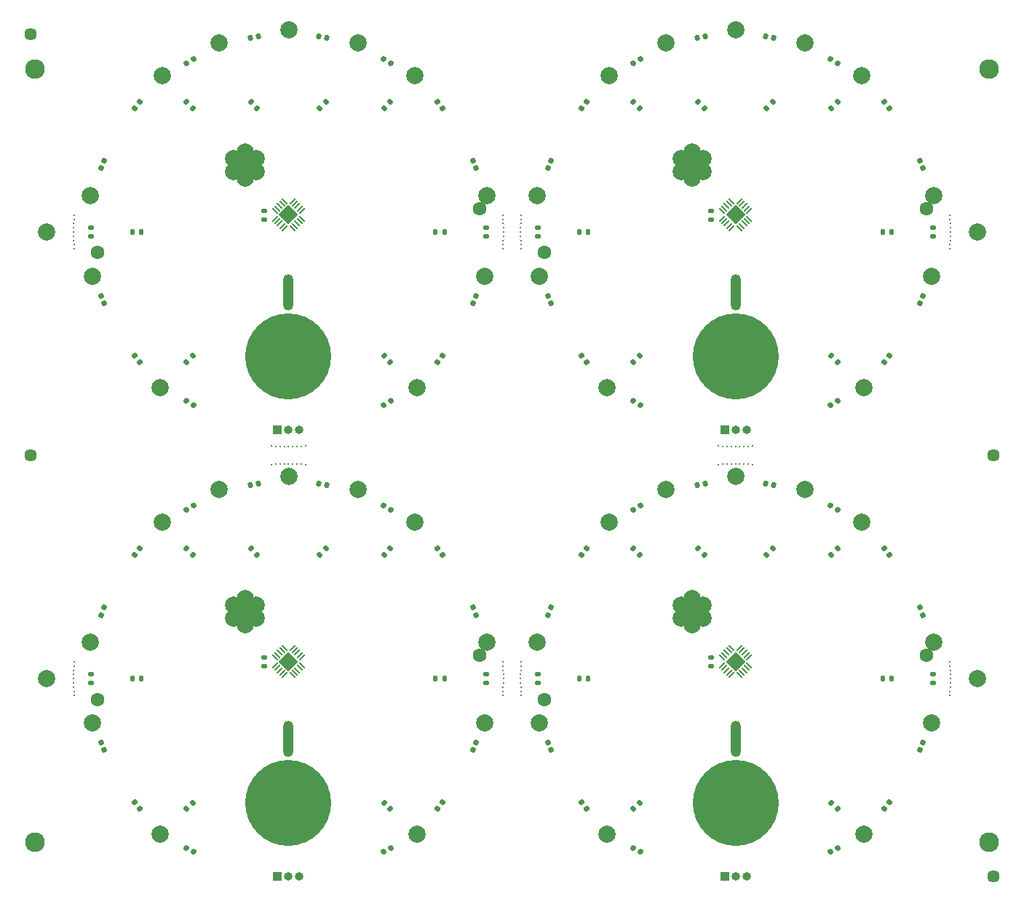
<source format=gts>
%TF.GenerationSoftware,KiCad,Pcbnew,9.0.0*%
%TF.CreationDate,2025-02-27T10:20:03-06:00*%
%TF.ProjectId,reverse-panel,72657665-7273-4652-9d70-616e656c2e6b,rev?*%
%TF.SameCoordinates,Original*%
%TF.FileFunction,Soldermask,Top*%
%TF.FilePolarity,Negative*%
%FSLAX46Y46*%
G04 Gerber Fmt 4.6, Leading zero omitted, Abs format (unit mm)*
G04 Created by KiCad (PCBNEW 9.0.0) date 2025-02-27 10:20:03*
%MOMM*%
%LPD*%
G01*
G04 APERTURE LIST*
G04 Aperture macros list*
%AMRoundRect*
0 Rectangle with rounded corners*
0 $1 Rounding radius*
0 $2 $3 $4 $5 $6 $7 $8 $9 X,Y pos of 4 corners*
0 Add a 4 corners polygon primitive as box body*
4,1,4,$2,$3,$4,$5,$6,$7,$8,$9,$2,$3,0*
0 Add four circle primitives for the rounded corners*
1,1,$1+$1,$2,$3*
1,1,$1+$1,$4,$5*
1,1,$1+$1,$6,$7*
1,1,$1+$1,$8,$9*
0 Add four rect primitives between the rounded corners*
20,1,$1+$1,$2,$3,$4,$5,0*
20,1,$1+$1,$4,$5,$6,$7,0*
20,1,$1+$1,$6,$7,$8,$9,0*
20,1,$1+$1,$8,$9,$2,$3,0*%
%AMRotRect*
0 Rectangle, with rotation*
0 The origin of the aperture is its center*
0 $1 length*
0 $2 width*
0 $3 Rotation angle, in degrees counterclockwise*
0 Add horizontal line*
21,1,$1,$2,0,0,$3*%
G04 Aperture macros list end*
%ADD10C,2.296000*%
%ADD11C,1.448000*%
%ADD12C,2.000000*%
%ADD13RoundRect,0.135000X0.226274X0.035355X0.035355X0.226274X-0.226274X-0.035355X-0.035355X-0.226274X0*%
%ADD14RoundRect,0.135000X-0.035355X0.226274X-0.226274X0.035355X0.035355X-0.226274X0.226274X-0.035355X0*%
%ADD15RoundRect,0.147500X-0.037331X0.223872X-0.226954X-0.002111X0.037331X-0.223872X0.226954X0.002111X0*%
%ADD16RoundRect,0.135000X0.035355X-0.226274X0.226274X-0.035355X-0.035355X0.226274X-0.226274X0.035355X0*%
%ADD17RoundRect,0.147500X0.213989X0.075639X-0.041489X0.223139X-0.213989X-0.075639X0.041489X-0.223139X0*%
%ADD18C,0.300000*%
%ADD19RoundRect,0.147500X-0.213989X-0.075639X0.041489X-0.223139X0.213989X0.075639X-0.041489X0.223139X0*%
%ADD20RoundRect,0.135000X-0.226274X-0.035355X-0.035355X-0.226274X0.226274X0.035355X0.035355X0.226274X0*%
%ADD21C,10.000000*%
%ADD22C,4.000000*%
%ADD23RoundRect,0.147500X-0.172500X0.147500X-0.172500X-0.147500X0.172500X-0.147500X0.172500X0.147500X0*%
%ADD24RoundRect,0.147500X-0.226954X0.002111X-0.037331X-0.223872X0.226954X-0.002111X0.037331X0.223872X0*%
%ADD25RoundRect,0.147500X0.041489X0.223139X-0.213989X0.075639X-0.041489X-0.223139X0.213989X-0.075639X0*%
%ADD26C,1.600000*%
%ADD27R,1.000000X1.000000*%
%ADD28O,1.000000X1.000000*%
%ADD29RoundRect,0.135000X-0.135000X-0.185000X0.135000X-0.185000X0.135000X0.185000X-0.135000X0.185000X0*%
%ADD30RoundRect,0.147500X0.226954X-0.002111X0.037331X0.223872X-0.226954X0.002111X-0.037331X-0.223872X0*%
%ADD31RoundRect,0.147500X0.212545X-0.079606X0.111649X0.197603X-0.212545X0.079606X-0.111649X-0.197603X0*%
%ADD32RoundRect,0.147500X0.172500X-0.147500X0.172500X0.147500X-0.172500X0.147500X-0.172500X-0.147500X0*%
%ADD33RoundRect,0.147500X-0.041489X-0.223139X0.213989X-0.075639X0.041489X0.223139X-0.213989X0.075639X0*%
%ADD34RoundRect,0.147500X-0.212545X0.079606X-0.111649X-0.197603X0.212545X-0.079606X0.111649X0.197603X0*%
%ADD35RoundRect,0.147500X-0.111649X0.197603X-0.212545X-0.079606X0.111649X-0.197603X0.212545X0.079606X0*%
%ADD36RoundRect,0.140000X0.170000X-0.140000X0.170000X0.140000X-0.170000X0.140000X-0.170000X-0.140000X0*%
%ADD37RoundRect,0.050000X-0.300520X0.229810X0.229810X-0.300520X0.300520X-0.229810X-0.229810X0.300520X0*%
%ADD38RoundRect,0.050000X-0.300520X-0.229810X-0.229810X-0.300520X0.300520X0.229810X0.229810X0.300520X0*%
%ADD39RotRect,1.650000X1.650000X315.000000*%
%ADD40O,1.200000X4.200000*%
%ADD41RoundRect,0.135000X0.135000X0.185000X-0.135000X0.185000X-0.135000X-0.185000X0.135000X-0.185000X0*%
%ADD42RoundRect,0.147500X0.115305X0.195492X-0.175213X0.144266X-0.115305X-0.195492X0.175213X-0.144266X0*%
%ADD43RoundRect,0.147500X0.175213X0.144266X-0.115305X0.195492X-0.175213X-0.144266X0.115305X-0.195492X0*%
%ADD44RoundRect,0.147500X0.037331X-0.223872X0.226954X0.002111X-0.037331X0.223872X-0.226954X-0.002111X0*%
%ADD45RoundRect,0.147500X0.111649X-0.197603X0.212545X0.079606X-0.111649X0.197603X-0.212545X-0.079606X0*%
G04 APERTURE END LIST*
D10*
%TO.C,*%
X20500000Y-31000000D03*
%TD*%
%TO.C,*%
X20500000Y-121000000D03*
%TD*%
%TO.C,*%
X131500000Y-121000000D03*
%TD*%
%TO.C,*%
X131500000Y-31000000D03*
%TD*%
D11*
%TO.C,*%
X132000000Y-76000000D03*
%TD*%
%TO.C,*%
X20000000Y-76000000D03*
%TD*%
D12*
%TO.C,FID2*%
X130150000Y-50000000D03*
%TD*%
%TO.C,FID3*%
X130150000Y-102000000D03*
%TD*%
%TO.C,FID4*%
X21850000Y-102000000D03*
%TD*%
%TO.C,FID1*%
X21850000Y-50000000D03*
%TD*%
D11*
%TO.C,*%
X132000000Y-125000000D03*
%TD*%
%TO.C,*%
X20000000Y-27000000D03*
%TD*%
D13*
%TO.C,R3*%
X38860624Y-87576508D03*
X38139376Y-86855260D03*
%TD*%
D12*
%TO.C,stitch1*%
X78924000Y-97758000D03*
%TD*%
D14*
%TO.C,R1*%
X90860624Y-116423491D03*
X90139376Y-117144739D03*
%TD*%
D15*
%TO.C,D6*%
X84692729Y-34844352D03*
X84069225Y-35587416D03*
%TD*%
D16*
%TO.C,R5*%
X53633284Y-87576508D03*
X54354532Y-86855260D03*
%TD*%
D17*
%TO.C,D10*%
X113920022Y-82323915D03*
X113079978Y-81838915D03*
%TD*%
D18*
%TO.C,*%
X77043360Y-51471770D03*
%TD*%
D12*
%TO.C,stitch1*%
X26924000Y-45758000D03*
%TD*%
%TO.C,stitch1*%
X64948000Y-120110000D03*
%TD*%
D18*
%TO.C,*%
X126918129Y-103961100D03*
%TD*%
D19*
%TO.C,D1*%
X90079978Y-69676084D03*
X90920022Y-70161084D03*
%TD*%
D20*
%TO.C,R8*%
X61139376Y-64423491D03*
X61860624Y-65144739D03*
%TD*%
D18*
%TO.C,*%
X74918129Y-51961100D03*
%TD*%
%TO.C,*%
X74995181Y-50490842D03*
%TD*%
D12*
%TO.C,stitch1*%
X41910000Y-27978000D03*
%TD*%
D18*
%TO.C,*%
X49509158Y-74995181D03*
%TD*%
%TO.C,*%
X25043360Y-51471770D03*
%TD*%
D21*
%TO.C,-*%
X50000000Y-116500000D03*
%TD*%
D22*
%TO.C,B1*%
X102000000Y-64500000D03*
%TD*%
%TO.C,B1*%
X102000000Y-116500000D03*
%TD*%
D16*
%TO.C,R6*%
X61139376Y-35576508D03*
X61860624Y-34855260D03*
%TD*%
D18*
%TO.C,*%
X126995181Y-102490842D03*
%TD*%
%TO.C,*%
X100528230Y-77043360D03*
%TD*%
%TO.C,*%
X77043360Y-103471770D03*
%TD*%
D23*
%TO.C,D4*%
X27000000Y-101515000D03*
X27000000Y-102485000D03*
%TD*%
D18*
%TO.C,*%
X74918129Y-48038901D03*
%TD*%
D12*
%TO.C,stitch1*%
X26924000Y-97758000D03*
%TD*%
D24*
%TO.C,D2*%
X32069225Y-64412583D03*
X32692729Y-65155647D03*
%TD*%
D20*
%TO.C,R8*%
X61139376Y-116423491D03*
X61860624Y-117144739D03*
%TD*%
D18*
%TO.C,*%
X77024090Y-102981319D03*
%TD*%
%TO.C,*%
X102490842Y-77004819D03*
%TD*%
D25*
%TO.C,D7*%
X38920021Y-81838915D03*
X38079977Y-82323915D03*
%TD*%
D18*
%TO.C,*%
X74995181Y-49509158D03*
%TD*%
D12*
%TO.C,through-r3*%
X98257038Y-93452000D03*
%TD*%
D26*
%TO.C,align-r1*%
X27800000Y-104400000D03*
%TD*%
D18*
%TO.C,*%
X77004819Y-101509158D03*
%TD*%
%TO.C,*%
X126975911Y-102981293D03*
%TD*%
D27*
%TO.C,J1*%
X48725000Y-73000000D03*
D28*
X49995001Y-73000000D03*
X51265000Y-73000000D03*
%TD*%
D18*
%TO.C,*%
X103471770Y-77043360D03*
%TD*%
%TO.C,*%
X25004819Y-50000000D03*
%TD*%
D29*
%TO.C,R7*%
X67109024Y-50000000D03*
X68129022Y-50000000D03*
%TD*%
D17*
%TO.C,D10*%
X113920022Y-30323915D03*
X113079978Y-29838915D03*
%TD*%
D13*
%TO.C,R4*%
X98366716Y-87576508D03*
X97645468Y-86855260D03*
%TD*%
D18*
%TO.C,*%
X77004819Y-50000000D03*
%TD*%
%TO.C,*%
X50490842Y-77004819D03*
%TD*%
D25*
%TO.C,D7*%
X38920021Y-29838915D03*
X38079977Y-30323915D03*
%TD*%
D30*
%TO.C,D11*%
X119930774Y-87587416D03*
X119307270Y-86844352D03*
%TD*%
D31*
%TO.C,D12*%
X123778809Y-94589287D03*
X123447051Y-93677785D03*
%TD*%
D12*
%TO.C,stitch1*%
X27178000Y-55156000D03*
%TD*%
D18*
%TO.C,*%
X51471770Y-77043360D03*
%TD*%
%TO.C,*%
X74956640Y-100528230D03*
%TD*%
%TO.C,*%
X74918129Y-103961100D03*
%TD*%
D25*
%TO.C,D7*%
X90920021Y-29838915D03*
X90079977Y-30323915D03*
%TD*%
D18*
%TO.C,*%
X51471770Y-74956640D03*
%TD*%
D12*
%TO.C,stitch1*%
X73076000Y-97758000D03*
%TD*%
%TO.C,stitch1*%
X35306000Y-83788000D03*
%TD*%
D18*
%TO.C,*%
X25004819Y-101509158D03*
%TD*%
D12*
%TO.C,through-r5*%
X96958000Y-43702000D03*
%TD*%
D18*
%TO.C,*%
X49509158Y-77004819D03*
%TD*%
D31*
%TO.C,D12*%
X71778809Y-42589287D03*
X71447051Y-41677785D03*
%TD*%
D32*
%TO.C,D13*%
X125000000Y-102485000D03*
X125000000Y-101515000D03*
%TD*%
D12*
%TO.C,stitch1*%
X41910000Y-79978000D03*
%TD*%
D18*
%TO.C,*%
X74975911Y-50981293D03*
%TD*%
D12*
%TO.C,through-r3*%
X98257038Y-41452000D03*
%TD*%
D26*
%TO.C,align-r2*%
X72200000Y-99300000D03*
%TD*%
D33*
%TO.C,D16*%
X113079978Y-70161084D03*
X113920022Y-69676084D03*
%TD*%
D34*
%TO.C,D3*%
X80221190Y-57410712D03*
X80552948Y-58322214D03*
%TD*%
D18*
%TO.C,*%
X126995181Y-101509158D03*
%TD*%
D15*
%TO.C,D6*%
X32692729Y-34844352D03*
X32069225Y-35587416D03*
%TD*%
D18*
%TO.C,*%
X74975910Y-101018694D03*
%TD*%
%TO.C,*%
X126995181Y-49509158D03*
%TD*%
D35*
%TO.C,D5*%
X28552948Y-93677785D03*
X28221190Y-94589287D03*
%TD*%
D18*
%TO.C,*%
X77043360Y-48528230D03*
%TD*%
%TO.C,*%
X74975910Y-49018694D03*
%TD*%
D19*
%TO.C,D1*%
X38079978Y-69676084D03*
X38920022Y-70161084D03*
%TD*%
D36*
%TO.C,C1*%
X47150000Y-100530000D03*
X47150000Y-99570000D03*
%TD*%
D37*
%TO.C,U1*%
X49540381Y-46409010D03*
X49257538Y-46691852D03*
X48974695Y-46974695D03*
X48691852Y-47257538D03*
X48409010Y-47540381D03*
D38*
X48409010Y-48459619D03*
X48691852Y-48742462D03*
X48974695Y-49025305D03*
X49257538Y-49308148D03*
X49540381Y-49590990D03*
D37*
X50459619Y-49590990D03*
X50742462Y-49308148D03*
X51025305Y-49025305D03*
X51308148Y-48742462D03*
X51590990Y-48459619D03*
D38*
X51590990Y-47540381D03*
X51308148Y-47257538D03*
X51025305Y-46974695D03*
X50742462Y-46691852D03*
X50459619Y-46409010D03*
D39*
X50000000Y-48000000D03*
%TD*%
D12*
%TO.C,stitch1*%
X87052000Y-68110000D03*
%TD*%
%TO.C,through-r1*%
X44958000Y-42202000D03*
%TD*%
D13*
%TO.C,R3*%
X90860624Y-35576508D03*
X90139376Y-34855260D03*
%TD*%
D12*
%TO.C,through-r7*%
X95658961Y-93452000D03*
%TD*%
D14*
%TO.C,R1*%
X90860624Y-64423491D03*
X90139376Y-65144739D03*
%TD*%
%TO.C,R1*%
X38860624Y-116423491D03*
X38139376Y-117144739D03*
%TD*%
D40*
%TO.C,battery-eject1*%
X102000000Y-57000000D03*
%TD*%
D12*
%TO.C,stitch1*%
X72822000Y-107156000D03*
%TD*%
D18*
%TO.C,*%
X50000000Y-74995181D03*
%TD*%
D12*
%TO.C,stitch1*%
X35306000Y-31788000D03*
%TD*%
%TO.C,through-r1*%
X96958000Y-42202000D03*
%TD*%
D41*
%TO.C,R2*%
X32890976Y-50000000D03*
X31870978Y-50000000D03*
%TD*%
D18*
%TO.C,*%
X77024090Y-50981319D03*
%TD*%
D23*
%TO.C,D4*%
X27000000Y-49515000D03*
X27000000Y-50485000D03*
%TD*%
D18*
%TO.C,*%
X51961099Y-77081871D03*
%TD*%
D12*
%TO.C,stitch1*%
X125076000Y-45758000D03*
%TD*%
D42*
%TO.C,D8*%
X46483723Y-27265202D03*
X45528459Y-27433640D03*
%TD*%
D12*
%TO.C,stitch1*%
X58090000Y-79978000D03*
%TD*%
D26*
%TO.C,align-r1*%
X79800000Y-52400000D03*
%TD*%
D43*
%TO.C,D9*%
X106471540Y-79433640D03*
X105516276Y-79265202D03*
%TD*%
D18*
%TO.C,*%
X74956640Y-103471770D03*
%TD*%
D12*
%TO.C,stitch1*%
X124822000Y-107156000D03*
%TD*%
D18*
%TO.C,*%
X126975910Y-101018694D03*
%TD*%
%TO.C,*%
X77081871Y-103961100D03*
%TD*%
%TO.C,*%
X25004819Y-102490842D03*
%TD*%
D12*
%TO.C,stitch1*%
X35052000Y-68110000D03*
%TD*%
D44*
%TO.C,D15*%
X119307270Y-65155647D03*
X119930774Y-64412583D03*
%TD*%
D36*
%TO.C,C1*%
X47150000Y-48530000D03*
X47150000Y-47570000D03*
%TD*%
D18*
%TO.C,*%
X25081871Y-51961100D03*
%TD*%
D12*
%TO.C,stitch1*%
X87306000Y-31788000D03*
%TD*%
%TO.C,stitch1*%
X64948000Y-68110000D03*
%TD*%
%TO.C,stitch1*%
X73076000Y-45758000D03*
%TD*%
%TO.C,through-r2*%
X44958000Y-92702000D03*
%TD*%
%TO.C,through-r4*%
X98257038Y-94952000D03*
%TD*%
D20*
%TO.C,R8*%
X113139376Y-64423491D03*
X113860624Y-65144739D03*
%TD*%
D44*
%TO.C,D15*%
X67307270Y-65155647D03*
X67930774Y-64412583D03*
%TD*%
D26*
%TO.C,align-r1*%
X27800000Y-52400000D03*
%TD*%
D18*
%TO.C,*%
X25004819Y-50490842D03*
%TD*%
%TO.C,*%
X48528230Y-77043360D03*
%TD*%
%TO.C,*%
X126918129Y-51961100D03*
%TD*%
%TO.C,*%
X74995181Y-50000000D03*
%TD*%
%TO.C,*%
X48038901Y-74918129D03*
%TD*%
D41*
%TO.C,R2*%
X84890976Y-50000000D03*
X83870978Y-50000000D03*
%TD*%
D18*
%TO.C,*%
X50000000Y-77004819D03*
%TD*%
D33*
%TO.C,D16*%
X113079978Y-122161084D03*
X113920022Y-121676084D03*
%TD*%
D12*
%TO.C,stitch1*%
X110090000Y-27978000D03*
%TD*%
D18*
%TO.C,*%
X126975911Y-50981293D03*
%TD*%
D37*
%TO.C,U1*%
X101540381Y-98409010D03*
X101257538Y-98691852D03*
X100974695Y-98974695D03*
X100691852Y-99257538D03*
X100409010Y-99540381D03*
D38*
X100409010Y-100459619D03*
X100691852Y-100742462D03*
X100974695Y-101025305D03*
X101257538Y-101308148D03*
X101540381Y-101590990D03*
D37*
X102459619Y-101590990D03*
X102742462Y-101308148D03*
X103025305Y-101025305D03*
X103308148Y-100742462D03*
X103590990Y-100459619D03*
D38*
X103590990Y-99540381D03*
X103308148Y-99257538D03*
X103025305Y-98974695D03*
X102742462Y-98691852D03*
X102459619Y-98409010D03*
D39*
X102000000Y-100000000D03*
%TD*%
D18*
%TO.C,*%
X77081871Y-48038900D03*
%TD*%
D24*
%TO.C,D2*%
X32069225Y-116412583D03*
X32692729Y-117155647D03*
%TD*%
D21*
%TO.C,-*%
X102000000Y-116500000D03*
%TD*%
D18*
%TO.C,*%
X77024090Y-49018681D03*
%TD*%
%TO.C,*%
X101018681Y-77024090D03*
%TD*%
D24*
%TO.C,D2*%
X84069225Y-64412583D03*
X84692729Y-65155647D03*
%TD*%
D29*
%TO.C,R7*%
X119109024Y-102000000D03*
X120129022Y-102000000D03*
%TD*%
D12*
%TO.C,through-r6*%
X43658961Y-42952000D03*
%TD*%
D18*
%TO.C,*%
X77004819Y-102000000D03*
%TD*%
%TO.C,*%
X51961100Y-74918129D03*
%TD*%
D12*
%TO.C,stitch1*%
X93910000Y-27978000D03*
%TD*%
%TO.C,stitch1*%
X102038000Y-26454000D03*
%TD*%
%TO.C,through-r5*%
X44958000Y-95702000D03*
%TD*%
%TO.C,stitch1*%
X79178000Y-107156000D03*
%TD*%
D45*
%TO.C,D14*%
X123447051Y-58322214D03*
X123778809Y-57410712D03*
%TD*%
D18*
%TO.C,*%
X74975911Y-102981293D03*
%TD*%
D26*
%TO.C,align-r1*%
X79800000Y-104400000D03*
%TD*%
D18*
%TO.C,*%
X25081871Y-103961100D03*
%TD*%
D12*
%TO.C,stitch1*%
X50038000Y-78454000D03*
%TD*%
D34*
%TO.C,D3*%
X28221190Y-57410712D03*
X28552948Y-58322214D03*
%TD*%
D31*
%TO.C,D12*%
X71778809Y-94589287D03*
X71447051Y-93677785D03*
%TD*%
D12*
%TO.C,through-r4*%
X46257038Y-42952000D03*
%TD*%
%TO.C,stitch1*%
X35052000Y-120110000D03*
%TD*%
%TO.C,through-r4*%
X46257038Y-94952000D03*
%TD*%
D44*
%TO.C,D15*%
X67307270Y-117155647D03*
X67930774Y-116412583D03*
%TD*%
D12*
%TO.C,stitch1*%
X27178000Y-107156000D03*
%TD*%
D18*
%TO.C,*%
X77024090Y-101018681D03*
%TD*%
%TO.C,*%
X25043360Y-48528230D03*
%TD*%
D40*
%TO.C,battery-eject1*%
X50000000Y-109000000D03*
%TD*%
D18*
%TO.C,*%
X25043360Y-103471770D03*
%TD*%
D12*
%TO.C,through-r7*%
X95658961Y-41452000D03*
%TD*%
D18*
%TO.C,*%
X25024090Y-102981319D03*
%TD*%
D12*
%TO.C,stitch1*%
X116694000Y-83788000D03*
%TD*%
D26*
%TO.C,align-r2*%
X124200000Y-99300000D03*
%TD*%
D18*
%TO.C,*%
X77081871Y-100038900D03*
%TD*%
D21*
%TO.C,-*%
X102000000Y-64500000D03*
%TD*%
D36*
%TO.C,C1*%
X99150000Y-100530000D03*
X99150000Y-99570000D03*
%TD*%
D18*
%TO.C,*%
X25004819Y-102000000D03*
%TD*%
%TO.C,*%
X50981319Y-77024090D03*
%TD*%
D26*
%TO.C,align-r2*%
X72200000Y-47300000D03*
%TD*%
D18*
%TO.C,*%
X50981293Y-74975911D03*
%TD*%
%TO.C,*%
X25043360Y-100528230D03*
%TD*%
D12*
%TO.C,through-r5*%
X96958000Y-95702000D03*
%TD*%
D16*
%TO.C,R6*%
X113139376Y-35576508D03*
X113860624Y-34855260D03*
%TD*%
D12*
%TO.C,stitch1*%
X124822000Y-55156000D03*
%TD*%
%TO.C,through-r6*%
X95658961Y-42952000D03*
%TD*%
D18*
%TO.C,*%
X74995181Y-102490842D03*
%TD*%
D13*
%TO.C,R4*%
X46366716Y-35576508D03*
X45645468Y-34855260D03*
%TD*%
D33*
%TO.C,D16*%
X61079978Y-70161084D03*
X61920022Y-69676084D03*
%TD*%
D18*
%TO.C,*%
X25024090Y-101018681D03*
%TD*%
%TO.C,*%
X100038901Y-77081871D03*
%TD*%
%TO.C,*%
X126918129Y-48038901D03*
%TD*%
%TO.C,*%
X50490842Y-74995181D03*
%TD*%
D12*
%TO.C,through-r2*%
X44958000Y-40702000D03*
%TD*%
D18*
%TO.C,*%
X102981319Y-77024090D03*
%TD*%
D12*
%TO.C,through-r4*%
X98257038Y-42952000D03*
%TD*%
D30*
%TO.C,D11*%
X119930774Y-35587416D03*
X119307270Y-34844352D03*
%TD*%
D13*
%TO.C,R4*%
X46366716Y-87576508D03*
X45645468Y-86855260D03*
%TD*%
D12*
%TO.C,stitch1*%
X125076000Y-97758000D03*
%TD*%
D15*
%TO.C,D6*%
X32692729Y-86844352D03*
X32069225Y-87587416D03*
%TD*%
D37*
%TO.C,U1*%
X101540381Y-46409010D03*
X101257538Y-46691852D03*
X100974695Y-46974695D03*
X100691852Y-47257538D03*
X100409010Y-47540381D03*
D38*
X100409010Y-48459619D03*
X100691852Y-48742462D03*
X100974695Y-49025305D03*
X101257538Y-49308148D03*
X101540381Y-49590990D03*
D37*
X102459619Y-49590990D03*
X102742462Y-49308148D03*
X103025305Y-49025305D03*
X103308148Y-48742462D03*
X103590990Y-48459619D03*
D38*
X103590990Y-47540381D03*
X103308148Y-47257538D03*
X103025305Y-46974695D03*
X102742462Y-46691852D03*
X102459619Y-46409010D03*
D39*
X102000000Y-48000000D03*
%TD*%
D24*
%TO.C,D2*%
X84069225Y-116412583D03*
X84692729Y-117155647D03*
%TD*%
D18*
%TO.C,*%
X102981293Y-74975911D03*
%TD*%
%TO.C,*%
X77004819Y-102490842D03*
%TD*%
D17*
%TO.C,D10*%
X61920022Y-82323915D03*
X61079978Y-81838915D03*
%TD*%
D18*
%TO.C,*%
X126995181Y-50000000D03*
%TD*%
%TO.C,*%
X77004819Y-49509158D03*
%TD*%
%TO.C,*%
X100528230Y-74956640D03*
%TD*%
D36*
%TO.C,C1*%
X99150000Y-48530000D03*
X99150000Y-47570000D03*
%TD*%
D17*
%TO.C,D10*%
X61920022Y-30323915D03*
X61079978Y-29838915D03*
%TD*%
D25*
%TO.C,D7*%
X90920021Y-81838915D03*
X90079977Y-82323915D03*
%TD*%
D18*
%TO.C,*%
X126956640Y-51471770D03*
%TD*%
D12*
%TO.C,through-r7*%
X43658961Y-41452000D03*
%TD*%
D32*
%TO.C,D13*%
X73000000Y-50485000D03*
X73000000Y-49515000D03*
%TD*%
D43*
%TO.C,D9*%
X54471540Y-79433640D03*
X53516276Y-79265202D03*
%TD*%
D12*
%TO.C,through-r3*%
X46257038Y-41452000D03*
%TD*%
%TO.C,stitch1*%
X79178000Y-55156000D03*
%TD*%
D18*
%TO.C,*%
X25081871Y-48038900D03*
%TD*%
D45*
%TO.C,D14*%
X71447051Y-110322214D03*
X71778809Y-109410712D03*
%TD*%
D14*
%TO.C,R1*%
X38860624Y-64423491D03*
X38139376Y-65144739D03*
%TD*%
D19*
%TO.C,D1*%
X90079978Y-121676084D03*
X90920022Y-122161084D03*
%TD*%
D12*
%TO.C,stitch1*%
X93910000Y-79978000D03*
%TD*%
D16*
%TO.C,R6*%
X113139376Y-87576508D03*
X113860624Y-86855260D03*
%TD*%
D27*
%TO.C,J1*%
X100725000Y-73000000D03*
D28*
X101995001Y-73000000D03*
X103265000Y-73000000D03*
%TD*%
D19*
%TO.C,D1*%
X38079978Y-121676084D03*
X38920022Y-122161084D03*
%TD*%
D20*
%TO.C,R8*%
X113139376Y-116423491D03*
X113860624Y-117144739D03*
%TD*%
D29*
%TO.C,R7*%
X67109024Y-102000000D03*
X68129022Y-102000000D03*
%TD*%
D12*
%TO.C,through-r7*%
X43658961Y-93452000D03*
%TD*%
D35*
%TO.C,D5*%
X80552948Y-41677785D03*
X80221190Y-42589287D03*
%TD*%
D12*
%TO.C,stitch1*%
X110090000Y-79978000D03*
%TD*%
D21*
%TO.C,-*%
X50000000Y-64500000D03*
%TD*%
D12*
%TO.C,through-r6*%
X43658961Y-94952000D03*
%TD*%
%TO.C,stitch1*%
X78924000Y-45758000D03*
%TD*%
D18*
%TO.C,*%
X48038901Y-77081871D03*
%TD*%
D31*
%TO.C,D12*%
X123778809Y-42589287D03*
X123447051Y-41677785D03*
%TD*%
D12*
%TO.C,through-r2*%
X96958000Y-92702000D03*
%TD*%
D18*
%TO.C,*%
X126956640Y-48528230D03*
%TD*%
D35*
%TO.C,D5*%
X28552948Y-41677785D03*
X28221190Y-42589287D03*
%TD*%
D12*
%TO.C,through-r5*%
X44958000Y-43702000D03*
%TD*%
D42*
%TO.C,D8*%
X98483723Y-27265202D03*
X97528459Y-27433640D03*
%TD*%
D18*
%TO.C,*%
X74956640Y-51471770D03*
%TD*%
D27*
%TO.C,J1*%
X48725000Y-125000000D03*
D28*
X49995001Y-125000000D03*
X51265000Y-125000000D03*
%TD*%
D12*
%TO.C,stitch1*%
X102038000Y-78454000D03*
%TD*%
D29*
%TO.C,R7*%
X119109024Y-50000000D03*
X120129022Y-50000000D03*
%TD*%
D30*
%TO.C,D11*%
X67930774Y-87587416D03*
X67307270Y-86844352D03*
%TD*%
D32*
%TO.C,D13*%
X125000000Y-50485000D03*
X125000000Y-49515000D03*
%TD*%
D18*
%TO.C,*%
X103961099Y-77081871D03*
%TD*%
%TO.C,*%
X126956640Y-103471770D03*
%TD*%
D12*
%TO.C,stitch1*%
X116694000Y-31788000D03*
%TD*%
D40*
%TO.C,battery-eject1*%
X102000000Y-109000000D03*
%TD*%
%TO.C,battery-eject1*%
X50000000Y-57000000D03*
%TD*%
D18*
%TO.C,*%
X74995181Y-102000000D03*
%TD*%
D12*
%TO.C,stitch1*%
X87052000Y-120110000D03*
%TD*%
D18*
%TO.C,*%
X102490842Y-74995181D03*
%TD*%
D37*
%TO.C,U1*%
X49540381Y-98409010D03*
X49257538Y-98691852D03*
X48974695Y-98974695D03*
X48691852Y-99257538D03*
X48409010Y-99540381D03*
D38*
X48409010Y-100459619D03*
X48691852Y-100742462D03*
X48974695Y-101025305D03*
X49257538Y-101308148D03*
X49540381Y-101590990D03*
D37*
X50459619Y-101590990D03*
X50742462Y-101308148D03*
X51025305Y-101025305D03*
X51308148Y-100742462D03*
X51590990Y-100459619D03*
D38*
X51590990Y-99540381D03*
X51308148Y-99257538D03*
X51025305Y-98974695D03*
X50742462Y-98691852D03*
X50459619Y-98409010D03*
D39*
X50000000Y-100000000D03*
%TD*%
D35*
%TO.C,D5*%
X80552948Y-93677785D03*
X80221190Y-94589287D03*
%TD*%
D23*
%TO.C,D4*%
X79000000Y-49515000D03*
X79000000Y-50485000D03*
%TD*%
D16*
%TO.C,R5*%
X53633284Y-35576508D03*
X54354532Y-34855260D03*
%TD*%
D27*
%TO.C,J1*%
X100725000Y-125000000D03*
D28*
X101995001Y-125000000D03*
X103265000Y-125000000D03*
%TD*%
D18*
%TO.C,*%
X74918129Y-100038901D03*
%TD*%
%TO.C,*%
X25004819Y-49509158D03*
%TD*%
%TO.C,*%
X101018694Y-74975911D03*
%TD*%
D12*
%TO.C,stitch1*%
X64694000Y-31788000D03*
%TD*%
D23*
%TO.C,D4*%
X79000000Y-101515000D03*
X79000000Y-102485000D03*
%TD*%
D34*
%TO.C,D3*%
X80221190Y-109410712D03*
X80552948Y-110322214D03*
%TD*%
D12*
%TO.C,stitch1*%
X116948000Y-68110000D03*
%TD*%
D18*
%TO.C,*%
X100038901Y-74918129D03*
%TD*%
%TO.C,*%
X102000000Y-77004819D03*
%TD*%
D34*
%TO.C,D3*%
X28221190Y-109410712D03*
X28552948Y-110322214D03*
%TD*%
D22*
%TO.C,B1*%
X50000000Y-64500000D03*
%TD*%
D12*
%TO.C,through-r2*%
X96958000Y-40702000D03*
%TD*%
D18*
%TO.C,*%
X48528230Y-74956640D03*
%TD*%
%TO.C,*%
X103471770Y-74956640D03*
%TD*%
D12*
%TO.C,stitch1*%
X87306000Y-83788000D03*
%TD*%
D42*
%TO.C,D8*%
X46483723Y-79265202D03*
X45528459Y-79433640D03*
%TD*%
D18*
%TO.C,*%
X101509158Y-74995181D03*
%TD*%
D12*
%TO.C,through-r1*%
X96958000Y-94202000D03*
%TD*%
D13*
%TO.C,R3*%
X90860624Y-87576508D03*
X90139376Y-86855260D03*
%TD*%
D16*
%TO.C,R5*%
X105633284Y-87576508D03*
X106354532Y-86855260D03*
%TD*%
%TO.C,R5*%
X105633284Y-35576508D03*
X106354532Y-34855260D03*
%TD*%
D15*
%TO.C,D6*%
X84692729Y-86844352D03*
X84069225Y-87587416D03*
%TD*%
D18*
%TO.C,*%
X102000000Y-74995181D03*
%TD*%
%TO.C,*%
X77043360Y-100528230D03*
%TD*%
%TO.C,*%
X101509158Y-77004819D03*
%TD*%
%TO.C,*%
X126995181Y-102000000D03*
%TD*%
D12*
%TO.C,stitch1*%
X64694000Y-83788000D03*
%TD*%
D16*
%TO.C,R6*%
X61139376Y-87576508D03*
X61860624Y-86855260D03*
%TD*%
D13*
%TO.C,R4*%
X98366716Y-35576508D03*
X97645468Y-34855260D03*
%TD*%
D43*
%TO.C,D9*%
X54471540Y-27433640D03*
X53516276Y-27265202D03*
%TD*%
D45*
%TO.C,D14*%
X71447051Y-58322214D03*
X71778809Y-57410712D03*
%TD*%
D18*
%TO.C,*%
X49018694Y-74975911D03*
%TD*%
%TO.C,*%
X74995181Y-101509158D03*
%TD*%
D41*
%TO.C,R2*%
X84890976Y-102000000D03*
X83870978Y-102000000D03*
%TD*%
D18*
%TO.C,*%
X103961100Y-74918129D03*
%TD*%
D43*
%TO.C,D9*%
X106471540Y-27433640D03*
X105516276Y-27265202D03*
%TD*%
D45*
%TO.C,D14*%
X123447051Y-110322214D03*
X123778809Y-109410712D03*
%TD*%
D41*
%TO.C,R2*%
X32890976Y-102000000D03*
X31870978Y-102000000D03*
%TD*%
D18*
%TO.C,*%
X74956640Y-48528230D03*
%TD*%
%TO.C,*%
X126995181Y-50490842D03*
%TD*%
%TO.C,*%
X126918129Y-100038901D03*
%TD*%
D42*
%TO.C,D8*%
X98483723Y-79265202D03*
X97528459Y-79433640D03*
%TD*%
D26*
%TO.C,align-r2*%
X124200000Y-47300000D03*
%TD*%
D18*
%TO.C,*%
X25024090Y-49018681D03*
%TD*%
%TO.C,*%
X77004819Y-50490842D03*
%TD*%
D22*
%TO.C,B1*%
X50000000Y-116500000D03*
%TD*%
D33*
%TO.C,D16*%
X61079978Y-122161084D03*
X61920022Y-121676084D03*
%TD*%
D12*
%TO.C,through-r1*%
X44958000Y-94202000D03*
%TD*%
%TO.C,through-r6*%
X95658961Y-94952000D03*
%TD*%
%TO.C,stitch1*%
X72822000Y-55156000D03*
%TD*%
D18*
%TO.C,*%
X25081871Y-100038900D03*
%TD*%
D12*
%TO.C,stitch1*%
X58090000Y-27978000D03*
%TD*%
%TO.C,through-r3*%
X46257038Y-93452000D03*
%TD*%
D44*
%TO.C,D15*%
X119307270Y-117155647D03*
X119930774Y-116412583D03*
%TD*%
D30*
%TO.C,D11*%
X67930774Y-35587416D03*
X67307270Y-34844352D03*
%TD*%
D12*
%TO.C,stitch1*%
X50038000Y-26454000D03*
%TD*%
D18*
%TO.C,*%
X126956640Y-100528230D03*
%TD*%
D13*
%TO.C,R3*%
X38860624Y-35576508D03*
X38139376Y-34855260D03*
%TD*%
D32*
%TO.C,D13*%
X73000000Y-102485000D03*
X73000000Y-101515000D03*
%TD*%
D18*
%TO.C,*%
X25024090Y-50981319D03*
%TD*%
%TO.C,*%
X49018681Y-77024090D03*
%TD*%
%TO.C,*%
X126975910Y-49018694D03*
%TD*%
%TO.C,*%
X77081871Y-51961100D03*
%TD*%
D12*
%TO.C,stitch1*%
X116948000Y-120110000D03*
%TD*%
M02*

</source>
